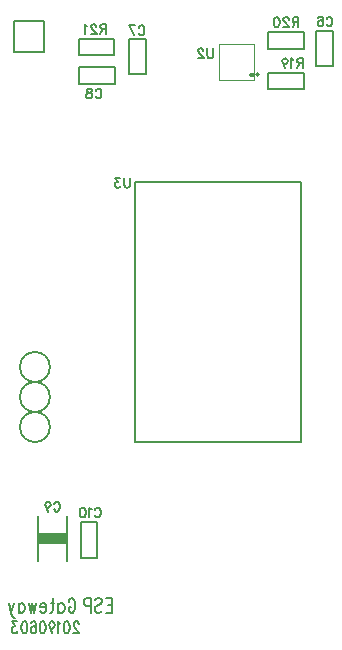
<source format=gbr>
G71*
G90*
G04 Quadcept GERBER*
%MOMM*%
%FSLAX44Y44*%
%ADD10C,0*%
%ADD11C,0.1*%
%ADD12C,0.15*%
%ADD13C,0.2*%
G54D10*
G75*
G36*
G01X45821Y495793D02*
G01X45805Y495977D01*
G01X45773Y496160D01*
G01X45725Y496339D01*
G01X45662Y496513D01*
G01X45583Y496680D01*
G01X45491Y496841D01*
G01X45384Y496993D01*
G01X45265Y497135D01*
G01X45134Y497265D01*
G01X44993Y497385D01*
G01X44841Y497491D01*
G01X44680Y497583D01*
G01X44512Y497662D01*
G01X44338Y497725D01*
G01X44159Y497773D01*
G01X43977Y497805D01*
G01X43793Y497821D01*
G01X43607Y497821D01*
G01X43423Y497805D01*
G01X43240Y497773D01*
G01X43061Y497725D01*
G01X42887Y497662D01*
G01X42719Y497583D01*
G01X42559Y497491D01*
G01X42407Y497385D01*
G01X42265Y497265D01*
G01X42134Y497135D01*
G01X42015Y496993D01*
G01X41909Y496841D01*
G01X41816Y496680D01*
G01X41738Y496513D01*
G01X41675Y496339D01*
G01X41627Y496160D01*
G01X41595Y495977D01*
G01X41579Y495793D01*
G01X41579Y495607D01*
G01X41595Y495423D01*
G01X41627Y495240D01*
G01X41675Y495061D01*
G01X41738Y494887D01*
G01X41816Y494720D01*
G01X41909Y494559D01*
G01X42015Y494407D01*
G01X42134Y494265D01*
G01X42265Y494135D01*
G01X42407Y494015D01*
G01X42559Y493909D01*
G01X42719Y493817D01*
G01X42887Y493738D01*
G01X43061Y493675D01*
G01X43240Y493627D01*
G01X43423Y493595D01*
G01X43607Y493579D01*
G01X43793Y493579D01*
G01X43977Y493595D01*
G01X44159Y493627D01*
G01X44338Y493675D01*
G01X44512Y493738D01*
G01X44680Y493817D01*
G01X44841Y493909D01*
G01X44993Y494015D01*
G01X45134Y494135D01*
G01X45265Y494265D01*
G01X45384Y494407D01*
G01X45491Y494559D01*
G01X45583Y494720D01*
G01X45662Y494887D01*
G01X45725Y495061D01*
G01X45773Y495240D01*
G01X45805Y495423D01*
G01X45821Y495607D01*
G01X45821Y495793D01*
G37*
G54D11*
G01X15700Y491700D02*
G01X45700Y491700D01*
G01X15700Y521700D02*
G01X15700Y491700D01*
G01X45700Y491700D02*
G01X45700Y521700D01*
G01X45700Y521700D02*
G01X15700Y521700D01*
G54D12*
G01X-52090Y535750D02*
G01X-51770Y536550D01*
G01X-51770Y536550D02*
G01X-51166Y537350D01*
G01X-51166Y537350D02*
G01X-50526Y537750D01*
G01X-50526Y537750D02*
G01X-49281Y537750D01*
G01X-49281Y537750D02*
G01X-48677Y537350D01*
G01X-48677Y537350D02*
G01X-48037Y536550D01*
G01X-48037Y536550D02*
G01X-47752Y535750D01*
G01X-47752Y535750D02*
G01X-47432Y534550D01*
G01X-47432Y534550D02*
G01X-47432Y532550D01*
G01X-47432Y532550D02*
G01X-47752Y531350D01*
G01X-47752Y531350D02*
G01X-48037Y530550D01*
G01X-48037Y530550D02*
G01X-48677Y529750D01*
G01X-48677Y529750D02*
G01X-49281Y529350D01*
G01X-49281Y529350D02*
G01X-50526Y529350D01*
G01X-50526Y529350D02*
G01X-51166Y529750D01*
G01X-51166Y529750D02*
G01X-51770Y530550D01*
G01X-51770Y530550D02*
G01X-52090Y531350D01*
G01X-60068Y537750D02*
G01X-56512Y529350D01*
G01X-55090Y537750D02*
G01X-60068Y537750D01*
G01X-88390Y482250D02*
G01X-88070Y483050D01*
G01X-88070Y483050D02*
G01X-87466Y483850D01*
G01X-87466Y483850D02*
G01X-86826Y484250D01*
G01X-86826Y484250D02*
G01X-85581Y484250D01*
G01X-85581Y484250D02*
G01X-84977Y483850D01*
G01X-84977Y483850D02*
G01X-84337Y483050D01*
G01X-84337Y483050D02*
G01X-84052Y482250D01*
G01X-84052Y482250D02*
G01X-83732Y481050D01*
G01X-83732Y481050D02*
G01X-83732Y479050D01*
G01X-83732Y479050D02*
G01X-84052Y477850D01*
G01X-84052Y477850D02*
G01X-84337Y477050D01*
G01X-84337Y477050D02*
G01X-84977Y476250D01*
G01X-84977Y476250D02*
G01X-85581Y475850D01*
G01X-85581Y475850D02*
G01X-86826Y475850D01*
G01X-86826Y475850D02*
G01X-87466Y476250D01*
G01X-87466Y476250D02*
G01X-88070Y477050D01*
G01X-88070Y477050D02*
G01X-88390Y477850D01*
G01X-93168Y484250D02*
G01X-92101Y483850D01*
G01X-92101Y483850D02*
G01X-91746Y483050D01*
G01X-91746Y483050D02*
G01X-91746Y482250D01*
G01X-91746Y482250D02*
G01X-92101Y481450D01*
G01X-92101Y481450D02*
G01X-92812Y481050D01*
G01X-92812Y481050D02*
G01X-94234Y480650D01*
G01X-94234Y480650D02*
G01X-95301Y480250D01*
G01X-95301Y480250D02*
G01X-96012Y479450D01*
G01X-96012Y479450D02*
G01X-96368Y478650D01*
G01X-96368Y478650D02*
G01X-96368Y477450D01*
G01X-96368Y477450D02*
G01X-96012Y476650D01*
G01X-96012Y476650D02*
G01X-95657Y476250D01*
G01X-95657Y476250D02*
G01X-94590Y475850D01*
G01X-94590Y475850D02*
G01X-93168Y475850D01*
G01X-93168Y475850D02*
G01X-92101Y476250D01*
G01X-92101Y476250D02*
G01X-91746Y476650D01*
G01X-91746Y476650D02*
G01X-91390Y477450D01*
G01X-91390Y477450D02*
G01X-91390Y478650D01*
G01X-91390Y478650D02*
G01X-91746Y479450D01*
G01X-91746Y479450D02*
G01X-92457Y480250D01*
G01X-92457Y480250D02*
G01X-93523Y480650D01*
G01X-93523Y480650D02*
G01X-94946Y481050D01*
G01X-94946Y481050D02*
G01X-95657Y481450D01*
G01X-95657Y481450D02*
G01X-96012Y482250D01*
G01X-96012Y482250D02*
G01X-96012Y483050D01*
G01X-96012Y483050D02*
G01X-95657Y483850D01*
G01X-95657Y483850D02*
G01X-94590Y484250D01*
G01X-94590Y484250D02*
G01X-93168Y484250D01*
G01X-59522Y408600D02*
G01X-59522Y402600D01*
G01X-59522Y402600D02*
G01X-59878Y401400D01*
G01X-59878Y401400D02*
G01X-60589Y400600D01*
G01X-60589Y400600D02*
G01X-61656Y400200D01*
G01X-61656Y400200D02*
G01X-62367Y400200D01*
G01X-62367Y400200D02*
G01X-63433Y400600D01*
G01X-63433Y400600D02*
G01X-64144Y401400D01*
G01X-64144Y401400D02*
G01X-64500Y402600D01*
G01X-64500Y402600D02*
G01X-64500Y408600D01*
G01X-68211Y408600D02*
G01X-72122Y408600D01*
G01X-72122Y408600D02*
G01X-69989Y405400D01*
G01X-69989Y405400D02*
G01X-71056Y405400D01*
G01X-71056Y405400D02*
G01X-71767Y405000D01*
G01X-71767Y405000D02*
G01X-72122Y404600D01*
G01X-72122Y404600D02*
G01X-72478Y403400D01*
G01X-72478Y403400D02*
G01X-72478Y402600D01*
G01X-72478Y402600D02*
G01X-72122Y401400D01*
G01X-72122Y401400D02*
G01X-71411Y400600D01*
G01X-71411Y400600D02*
G01X-70344Y400200D01*
G01X-70344Y400200D02*
G01X-69278Y400200D01*
G01X-69278Y400200D02*
G01X-68211Y400600D01*
G01X-68211Y400600D02*
G01X-67856Y401000D01*
G01X-67856Y401000D02*
G01X-67500Y401800D01*
G01X-123718Y132400D02*
G01X-123398Y133200D01*
G01X-123398Y133200D02*
G01X-122793Y134000D01*
G01X-122793Y134000D02*
G01X-122153Y134400D01*
G01X-122153Y134400D02*
G01X-120909Y134400D01*
G01X-120909Y134400D02*
G01X-120304Y134000D01*
G01X-120304Y134000D02*
G01X-119664Y133200D01*
G01X-119664Y133200D02*
G01X-119380Y132400D01*
G01X-119380Y132400D02*
G01X-119060Y131200D01*
G01X-119060Y131200D02*
G01X-119060Y129200D01*
G01X-119060Y129200D02*
G01X-119380Y128000D01*
G01X-119380Y128000D02*
G01X-119664Y127200D01*
G01X-119664Y127200D02*
G01X-120304Y126400D01*
G01X-120304Y126400D02*
G01X-120909Y126000D01*
G01X-120909Y126000D02*
G01X-122153Y126000D01*
G01X-122153Y126000D02*
G01X-122793Y126400D01*
G01X-122793Y126400D02*
G01X-123398Y127200D01*
G01X-123398Y127200D02*
G01X-123718Y128000D01*
G01X-131340Y131600D02*
G01X-130984Y130400D01*
G01X-130984Y130400D02*
G01X-130273Y129600D01*
G01X-130273Y129600D02*
G01X-129207Y129200D01*
G01X-129207Y129200D02*
G01X-128851Y129200D01*
G01X-128851Y129200D02*
G01X-127784Y129600D01*
G01X-127784Y129600D02*
G01X-127073Y130400D01*
G01X-127073Y130400D02*
G01X-126718Y131600D01*
G01X-126718Y131600D02*
G01X-126718Y132000D01*
G01X-126718Y132000D02*
G01X-127073Y133200D01*
G01X-127073Y133200D02*
G01X-127784Y134000D01*
G01X-127784Y134000D02*
G01X-128851Y134400D01*
G01X-128851Y134400D02*
G01X-129207Y134400D01*
G01X-129207Y134400D02*
G01X-130273Y134000D01*
G01X-130273Y134000D02*
G01X-130984Y133200D01*
G01X-130984Y133200D02*
G01X-131340Y131600D01*
G01X-131340Y131600D02*
G01X-130984Y130400D01*
G01X-130984Y130400D02*
G01X-129029Y126000D01*
G01X-89051Y127450D02*
G01X-88731Y128250D01*
G01X-88731Y128250D02*
G01X-88127Y129050D01*
G01X-88127Y129050D02*
G01X-87487Y129450D01*
G01X-87487Y129450D02*
G01X-86242Y129450D01*
G01X-86242Y129450D02*
G01X-85638Y129050D01*
G01X-85638Y129050D02*
G01X-84998Y128250D01*
G01X-84998Y128250D02*
G01X-84713Y127450D01*
G01X-84713Y127450D02*
G01X-84393Y126250D01*
G01X-84393Y126250D02*
G01X-84393Y124250D01*
G01X-84393Y124250D02*
G01X-84713Y123050D01*
G01X-84713Y123050D02*
G01X-84998Y122250D01*
G01X-84998Y122250D02*
G01X-85638Y121450D01*
G01X-85638Y121450D02*
G01X-86242Y121050D01*
G01X-86242Y121050D02*
G01X-87487Y121050D01*
G01X-87487Y121050D02*
G01X-88127Y121450D01*
G01X-88127Y121450D02*
G01X-88731Y122250D01*
G01X-88731Y122250D02*
G01X-89051Y123050D01*
G01X-92051Y127850D02*
G01X-92762Y128250D01*
G01X-92762Y128250D02*
G01X-93829Y129450D01*
G01X-93829Y129450D02*
G01X-93829Y121050D01*
G01X-98962Y129450D02*
G01X-97896Y129050D01*
G01X-97896Y129050D02*
G01X-97184Y127850D01*
G01X-97184Y127850D02*
G01X-96829Y125850D01*
G01X-96829Y125850D02*
G01X-96829Y124650D01*
G01X-96829Y124650D02*
G01X-97184Y122650D01*
G01X-97184Y122650D02*
G01X-97896Y121450D01*
G01X-97896Y121450D02*
G01X-98962Y121050D01*
G01X-98962Y121050D02*
G01X-99673Y121050D01*
G01X-99673Y121050D02*
G01X-100740Y121450D01*
G01X-100740Y121450D02*
G01X-101451Y122650D01*
G01X-101451Y122650D02*
G01X-101807Y124650D01*
G01X-101807Y124650D02*
G01X-101807Y125850D01*
G01X-101807Y125850D02*
G01X-101451Y127850D01*
G01X-101451Y127850D02*
G01X-100740Y129050D01*
G01X-100740Y129050D02*
G01X-99673Y129450D01*
G01X-99673Y129450D02*
G01X-98962Y129450D01*
G01X-79833Y538750D02*
G01X-79833Y530350D01*
G01X-79833Y538750D02*
G01X-83033Y538750D01*
G01X-83033Y538750D02*
G01X-84100Y538350D01*
G01X-84100Y538350D02*
G01X-84456Y537950D01*
G01X-84456Y537950D02*
G01X-84811Y537150D01*
G01X-84811Y537150D02*
G01X-84811Y536350D01*
G01X-84811Y536350D02*
G01X-84456Y535550D01*
G01X-84456Y535550D02*
G01X-84100Y535150D01*
G01X-84100Y535150D02*
G01X-83033Y534750D01*
G01X-83033Y534750D02*
G01X-79833Y534750D01*
G01X-82322Y534750D02*
G01X-84811Y530350D01*
G01X-88167Y536750D02*
G01X-88167Y537150D01*
G01X-88167Y537150D02*
G01X-88522Y537950D01*
G01X-88522Y537950D02*
G01X-88878Y538350D01*
G01X-88878Y538350D02*
G01X-89589Y538750D01*
G01X-89589Y538750D02*
G01X-91011Y538750D01*
G01X-91011Y538750D02*
G01X-91722Y538350D01*
G01X-91722Y538350D02*
G01X-92078Y537950D01*
G01X-92078Y537950D02*
G01X-92433Y537150D01*
G01X-92433Y537150D02*
G01X-92433Y536350D01*
G01X-92433Y536350D02*
G01X-92078Y535550D01*
G01X-92078Y535550D02*
G01X-91367Y534350D01*
G01X-91367Y534350D02*
G01X-87811Y530350D01*
G01X-87811Y530350D02*
G01X-92789Y530350D01*
G01X-95789Y537150D02*
G01X-96500Y537550D01*
G01X-96500Y537550D02*
G01X-97567Y538750D01*
G01X-97567Y538750D02*
G01X-97567Y530350D01*
G01X106982Y543200D02*
G01X107302Y544000D01*
G01X107302Y544000D02*
G01X107907Y544800D01*
G01X107907Y544800D02*
G01X108547Y545200D01*
G01X108547Y545200D02*
G01X109791Y545200D01*
G01X109791Y545200D02*
G01X110396Y544800D01*
G01X110396Y544800D02*
G01X111036Y544000D01*
G01X111036Y544000D02*
G01X111320Y543200D01*
G01X111320Y543200D02*
G01X111640Y542000D01*
G01X111640Y542000D02*
G01X111640Y540000D01*
G01X111640Y540000D02*
G01X111320Y538800D01*
G01X111320Y538800D02*
G01X111036Y538000D01*
G01X111036Y538000D02*
G01X110396Y537200D01*
G01X110396Y537200D02*
G01X109791Y536800D01*
G01X109791Y536800D02*
G01X108547Y536800D01*
G01X108547Y536800D02*
G01X107907Y537200D01*
G01X107907Y537200D02*
G01X107302Y538000D01*
G01X107302Y538000D02*
G01X106982Y538800D01*
G01X99716Y544000D02*
G01X100071Y544800D01*
G01X100071Y544800D02*
G01X101138Y545200D01*
G01X101138Y545200D02*
G01X101849Y545200D01*
G01X101849Y545200D02*
G01X102916Y544800D01*
G01X102916Y544800D02*
G01X103627Y543600D01*
G01X103627Y543600D02*
G01X103982Y541600D01*
G01X103982Y541600D02*
G01X103982Y539600D01*
G01X103982Y539600D02*
G01X103627Y538000D01*
G01X103627Y538000D02*
G01X102916Y537200D01*
G01X102916Y537200D02*
G01X101849Y536800D01*
G01X101849Y536800D02*
G01X101493Y536800D01*
G01X101493Y536800D02*
G01X100427Y537200D01*
G01X100427Y537200D02*
G01X99716Y538000D01*
G01X99716Y538000D02*
G01X99360Y539200D01*
G01X99360Y539200D02*
G01X99360Y539600D01*
G01X99360Y539600D02*
G01X99716Y540800D01*
G01X99716Y540800D02*
G01X100427Y541600D01*
G01X100427Y541600D02*
G01X101493Y542000D01*
G01X101493Y542000D02*
G01X101849Y542000D01*
G01X101849Y542000D02*
G01X102916Y541600D01*
G01X102916Y541600D02*
G01X103627Y540800D01*
G01X103627Y540800D02*
G01X103982Y539600D01*
G01X86789Y510050D02*
G01X86789Y501650D01*
G01X86789Y510050D02*
G01X83589Y510050D01*
G01X83589Y510050D02*
G01X82522Y509650D01*
G01X82522Y509650D02*
G01X82167Y509250D01*
G01X82167Y509250D02*
G01X81811Y508450D01*
G01X81811Y508450D02*
G01X81811Y507650D01*
G01X81811Y507650D02*
G01X82167Y506850D01*
G01X82167Y506850D02*
G01X82522Y506450D01*
G01X82522Y506450D02*
G01X83589Y506050D01*
G01X83589Y506050D02*
G01X86789Y506050D01*
G01X84300Y506050D02*
G01X81811Y501650D01*
G01X78811Y508450D02*
G01X78100Y508850D01*
G01X78100Y508850D02*
G01X77033Y510050D01*
G01X77033Y510050D02*
G01X77033Y501650D01*
G01X69411Y507250D02*
G01X69767Y506050D01*
G01X69767Y506050D02*
G01X70478Y505250D01*
G01X70478Y505250D02*
G01X71545Y504850D01*
G01X71545Y504850D02*
G01X71900Y504850D01*
G01X71900Y504850D02*
G01X72967Y505250D01*
G01X72967Y505250D02*
G01X73678Y506050D01*
G01X73678Y506050D02*
G01X74033Y507250D01*
G01X74033Y507250D02*
G01X74033Y507650D01*
G01X74033Y507650D02*
G01X73678Y508850D01*
G01X73678Y508850D02*
G01X72967Y509650D01*
G01X72967Y509650D02*
G01X71900Y510050D01*
G01X71900Y510050D02*
G01X71545Y510050D01*
G01X71545Y510050D02*
G01X70478Y509650D01*
G01X70478Y509650D02*
G01X69767Y508850D01*
G01X69767Y508850D02*
G01X69411Y507250D01*
G01X69411Y507250D02*
G01X69767Y506050D01*
G01X69767Y506050D02*
G01X71722Y501650D01*
G01X83067Y544550D02*
G01X83067Y536150D01*
G01X83067Y544550D02*
G01X79867Y544550D01*
G01X79867Y544550D02*
G01X78800Y544150D01*
G01X78800Y544150D02*
G01X78445Y543750D01*
G01X78445Y543750D02*
G01X78089Y542950D01*
G01X78089Y542950D02*
G01X78089Y542150D01*
G01X78089Y542150D02*
G01X78445Y541350D01*
G01X78445Y541350D02*
G01X78800Y540950D01*
G01X78800Y540950D02*
G01X79867Y540550D01*
G01X79867Y540550D02*
G01X83067Y540550D01*
G01X80578Y540550D02*
G01X78089Y536150D01*
G01X74733Y542550D02*
G01X74733Y542950D01*
G01X74733Y542950D02*
G01X74378Y543750D01*
G01X74378Y543750D02*
G01X74022Y544150D01*
G01X74022Y544150D02*
G01X73311Y544550D01*
G01X73311Y544550D02*
G01X71889Y544550D01*
G01X71889Y544550D02*
G01X71178Y544150D01*
G01X71178Y544150D02*
G01X70822Y543750D01*
G01X70822Y543750D02*
G01X70467Y542950D01*
G01X70467Y542950D02*
G01X70467Y542150D01*
G01X70467Y542150D02*
G01X70822Y541350D01*
G01X70822Y541350D02*
G01X71533Y540150D01*
G01X71533Y540150D02*
G01X75089Y536150D01*
G01X75089Y536150D02*
G01X70111Y536150D01*
G01X64978Y544550D02*
G01X66045Y544150D01*
G01X66045Y544150D02*
G01X66756Y542950D01*
G01X66756Y542950D02*
G01X67111Y540950D01*
G01X67111Y540950D02*
G01X67111Y539750D01*
G01X67111Y539750D02*
G01X66756Y537750D01*
G01X66756Y537750D02*
G01X66045Y536550D01*
G01X66045Y536550D02*
G01X64978Y536150D01*
G01X64978Y536150D02*
G01X64267Y536150D01*
G01X64267Y536150D02*
G01X63200Y536550D01*
G01X63200Y536550D02*
G01X62489Y537750D01*
G01X62489Y537750D02*
G01X62133Y539750D01*
G01X62133Y539750D02*
G01X62133Y540950D01*
G01X62133Y540950D02*
G01X62489Y542950D01*
G01X62489Y542950D02*
G01X63200Y544150D01*
G01X63200Y544150D02*
G01X64267Y544550D01*
G01X64267Y544550D02*
G01X64978Y544550D01*
G01X10778Y518400D02*
G01X10778Y512400D01*
G01X10778Y512400D02*
G01X10422Y511200D01*
G01X10422Y511200D02*
G01X9711Y510400D01*
G01X9711Y510400D02*
G01X8644Y510000D01*
G01X8644Y510000D02*
G01X7933Y510000D01*
G01X7933Y510000D02*
G01X6867Y510400D01*
G01X6867Y510400D02*
G01X6156Y511200D01*
G01X6156Y511200D02*
G01X5800Y512400D01*
G01X5800Y512400D02*
G01X5800Y518400D01*
G01X2444Y516400D02*
G01X2444Y516800D01*
G01X2444Y516800D02*
G01X2089Y517600D01*
G01X2089Y517600D02*
G01X1733Y518000D01*
G01X1733Y518000D02*
G01X1022Y518400D01*
G01X1022Y518400D02*
G01X-0400Y518400D01*
G01X-0400Y518400D02*
G01X-1111Y518000D01*
G01X-1111Y518000D02*
G01X-1467Y517600D01*
G01X-1467Y517600D02*
G01X-1822Y516800D01*
G01X-1822Y516800D02*
G01X-1822Y516000D01*
G01X-1822Y516000D02*
G01X-1467Y515200D01*
G01X-1467Y515200D02*
G01X-0756Y514000D01*
G01X-0756Y514000D02*
G01X2800Y510000D01*
G01X2800Y510000D02*
G01X-2178Y510000D01*
G54D13*
G01X-131900Y541150D02*
G01X-131900Y515150D01*
G01X-131900Y515150D02*
G01X-157900Y515150D01*
G01X-157900Y515150D02*
G01X-157900Y541150D01*
G01X-157900Y541150D02*
G01X-131900Y541150D01*
G01X-45950Y526300D02*
G01X-59950Y526300D01*
G01X-45950Y496200D02*
G01X-45950Y526300D01*
G01X-59950Y496200D02*
G01X-45950Y496200D01*
G01X-59950Y526300D02*
G01X-59950Y496200D01*
G01X-102500Y502050D02*
G01X-102500Y488050D01*
G01X-72400Y502050D02*
G01X-102500Y502050D01*
G01X-72400Y488050D02*
G01X-72400Y502050D01*
G01X-102500Y488050D02*
G01X-72400Y488050D01*
G01X85000Y184900D02*
G01X-55000Y184900D01*
G01X-55000Y184900D02*
G01X-55000Y404900D01*
G01X-55000Y404900D02*
G01X85000Y404900D01*
G01X85000Y404900D02*
G01X85000Y184900D01*
G01X-112700Y106800D02*
G01X-137700Y106800D01*
G01X-112700Y84300D02*
G01X-112700Y122300D01*
G01X-137700Y99800D02*
G01X-112700Y99800D01*
G01X-137700Y122300D02*
G01X-137700Y84300D01*
G01X-112700Y105300D02*
G01X-137700Y105300D01*
G01X-112700Y103800D02*
G01X-137700Y103800D01*
G01X-112700Y102300D02*
G01X-137700Y102300D01*
G01X-112700Y101300D02*
G01X-137700Y101300D01*
G01X-87150Y116950D02*
G01X-101150Y116950D01*
G01X-87150Y86850D02*
G01X-87150Y116950D01*
G01X-101150Y86850D02*
G01X-87150Y86850D01*
G01X-101150Y116950D02*
G01X-101150Y86850D01*
G01X-127300Y248500D02*
G03I-12700J0D01*
G01X-127300Y223100D02*
G03I-12700J0D01*
G01X-127300Y197700D02*
G03I-12700J0D01*
G01X-72650Y512450D02*
G01X-72650Y526450D01*
G01X-102750Y512450D02*
G01X-72650Y512450D01*
G01X-102750Y526450D02*
G01X-102750Y512450D01*
G01X-72650Y526450D02*
G01X-102750Y526450D01*
G01X98350Y503050D02*
G01X112350Y503050D01*
G01X98350Y533150D02*
G01X98350Y503050D01*
G01X112350Y533150D02*
G01X98350Y533150D01*
G01X112350Y503050D02*
G01X112350Y533150D01*
G01X57350Y497750D02*
G01X57350Y483750D01*
G01X87450Y497750D02*
G01X57350Y497750D01*
G01X87450Y483750D02*
G01X87450Y497750D01*
G01X57350Y483750D02*
G01X87450Y483750D01*
G01X57350Y531750D02*
G01X57350Y517750D01*
G01X87450Y531750D02*
G01X57350Y531750D01*
G01X87450Y517750D02*
G01X87450Y531750D01*
G01X57350Y517750D02*
G01X87450Y517750D01*
G01X49618Y496000D02*
G03I-1118J0D01*
G01X-74345Y52900D02*
G01X-74345Y40300D01*
G01X-74345Y52900D02*
G01X-79892Y52900D01*
G01X-74345Y46900D02*
G01X-77759Y46900D01*
G01X-74345Y40300D02*
G01X-79892Y40300D01*
G01X-89365Y51100D02*
G01X-88512Y52300D01*
G01X-88512Y52300D02*
G01X-87232Y52900D01*
G01X-87232Y52900D02*
G01X-85525Y52900D01*
G01X-85525Y52900D02*
G01X-84245Y52300D01*
G01X-84245Y52300D02*
G01X-83392Y51100D01*
G01X-83392Y51100D02*
G01X-83392Y49900D01*
G01X-83392Y49900D02*
G01X-83819Y48700D01*
G01X-83819Y48700D02*
G01X-84245Y48100D01*
G01X-84245Y48100D02*
G01X-85099Y47500D01*
G01X-85099Y47500D02*
G01X-87659Y46300D01*
G01X-87659Y46300D02*
G01X-88512Y45700D01*
G01X-88512Y45700D02*
G01X-88939Y45100D01*
G01X-88939Y45100D02*
G01X-89365Y43900D01*
G01X-89365Y43900D02*
G01X-89365Y42100D01*
G01X-89365Y42100D02*
G01X-88512Y40900D01*
G01X-88512Y40900D02*
G01X-87232Y40300D01*
G01X-87232Y40300D02*
G01X-85525Y40300D01*
G01X-85525Y40300D02*
G01X-84245Y40900D01*
G01X-84245Y40900D02*
G01X-83392Y42100D01*
G01X-92865Y52900D02*
G01X-92865Y40300D01*
G01X-92865Y52900D02*
G01X-96705Y52900D01*
G01X-96705Y52900D02*
G01X-97985Y52300D01*
G01X-97985Y52300D02*
G01X-98412Y51700D01*
G01X-98412Y51700D02*
G01X-98839Y50500D01*
G01X-98839Y50500D02*
G01X-98839Y48700D01*
G01X-98839Y48700D02*
G01X-98412Y47500D01*
G01X-98412Y47500D02*
G01X-97985Y46900D01*
G01X-97985Y46900D02*
G01X-96705Y46300D01*
G01X-96705Y46300D02*
G01X-92865Y46300D01*
G01X-111428Y49900D02*
G01X-111044Y51100D01*
G01X-111044Y51100D02*
G01X-110319Y52300D01*
G01X-110319Y52300D02*
G01X-109551Y52900D01*
G01X-109551Y52900D02*
G01X-108057Y52900D01*
G01X-108057Y52900D02*
G01X-107332Y52300D01*
G01X-107332Y52300D02*
G01X-106564Y51100D01*
G01X-106564Y51100D02*
G01X-106223Y49900D01*
G01X-106223Y49900D02*
G01X-105839Y48100D01*
G01X-105839Y48100D02*
G01X-105839Y45100D01*
G01X-105839Y45100D02*
G01X-106223Y43300D01*
G01X-106223Y43300D02*
G01X-106564Y42100D01*
G01X-106564Y42100D02*
G01X-107332Y40900D01*
G01X-107332Y40900D02*
G01X-108057Y40300D01*
G01X-108057Y40300D02*
G01X-109551Y40300D01*
G01X-109551Y40300D02*
G01X-110319Y40900D01*
G01X-110319Y40900D02*
G01X-111044Y42100D01*
G01X-111044Y42100D02*
G01X-111428Y43300D01*
G01X-111428Y43300D02*
G01X-111428Y45100D01*
G01X-109551Y45100D02*
G01X-111428Y45100D01*
G01X-120048Y48700D02*
G01X-120048Y40300D01*
G01X-120048Y46900D02*
G01X-119195Y48100D01*
G01X-119195Y48100D02*
G01X-118341Y48700D01*
G01X-118341Y48700D02*
G01X-117061Y48700D01*
G01X-117061Y48700D02*
G01X-116208Y48100D01*
G01X-116208Y48100D02*
G01X-115355Y46900D01*
G01X-115355Y46900D02*
G01X-114928Y45100D01*
G01X-114928Y45100D02*
G01X-114928Y43900D01*
G01X-114928Y43900D02*
G01X-115355Y42100D01*
G01X-115355Y42100D02*
G01X-116208Y40900D01*
G01X-116208Y40900D02*
G01X-117061Y40300D01*
G01X-117061Y40300D02*
G01X-118341Y40300D01*
G01X-118341Y40300D02*
G01X-119195Y40900D01*
G01X-119195Y40900D02*
G01X-120048Y42100D01*
G01X-124828Y52900D02*
G01X-124828Y42700D01*
G01X-124828Y42700D02*
G01X-125255Y40900D01*
G01X-125255Y40900D02*
G01X-126108Y40300D01*
G01X-126108Y40300D02*
G01X-126961Y40300D01*
G01X-123548Y48700D02*
G01X-126535Y48700D01*
G01X-130461Y45100D02*
G01X-135581Y45100D01*
G01X-135581Y45100D02*
G01X-135581Y46300D01*
G01X-135581Y46300D02*
G01X-135155Y47500D01*
G01X-135155Y47500D02*
G01X-134728Y48100D01*
G01X-134728Y48100D02*
G01X-133875Y48700D01*
G01X-133875Y48700D02*
G01X-132595Y48700D01*
G01X-132595Y48700D02*
G01X-131741Y48100D01*
G01X-131741Y48100D02*
G01X-130888Y46900D01*
G01X-130888Y46900D02*
G01X-130461Y45100D01*
G01X-130461Y45100D02*
G01X-130461Y43900D01*
G01X-130461Y43900D02*
G01X-130888Y42100D01*
G01X-130888Y42100D02*
G01X-131741Y40900D01*
G01X-131741Y40900D02*
G01X-132595Y40300D01*
G01X-132595Y40300D02*
G01X-133875Y40300D01*
G01X-133875Y40300D02*
G01X-134728Y40900D01*
G01X-134728Y40900D02*
G01X-135581Y42100D01*
G01X-139081Y48700D02*
G01X-140575Y40300D01*
G01X-142068Y48700D02*
G01X-140575Y40300D01*
G01X-142068Y48700D02*
G01X-143561Y40300D01*
G01X-145055Y48700D02*
G01X-143561Y40300D01*
G01X-153675Y48700D02*
G01X-153675Y40300D01*
G01X-153675Y46900D02*
G01X-152821Y48100D01*
G01X-152821Y48100D02*
G01X-151968Y48700D01*
G01X-151968Y48700D02*
G01X-150688Y48700D01*
G01X-150688Y48700D02*
G01X-149835Y48100D01*
G01X-149835Y48100D02*
G01X-148981Y46900D01*
G01X-148981Y46900D02*
G01X-148555Y45100D01*
G01X-148555Y45100D02*
G01X-148555Y43900D01*
G01X-148555Y43900D02*
G01X-148981Y42100D01*
G01X-148981Y42100D02*
G01X-149835Y40900D01*
G01X-149835Y40900D02*
G01X-150688Y40300D01*
G01X-150688Y40300D02*
G01X-151968Y40300D01*
G01X-151968Y40300D02*
G01X-152821Y40900D01*
G01X-152821Y40900D02*
G01X-153675Y42100D01*
G01X-157601Y48700D02*
G01X-160161Y40300D01*
G01X-161655Y48700D02*
G01X-160161Y40300D01*
G01X-160161Y40300D02*
G01X-159308Y37900D01*
G01X-159308Y37900D02*
G01X-158455Y36700D01*
G01X-158455Y36700D02*
G01X-157601Y36100D01*
G01X-157601Y36100D02*
G01X-157175Y36100D01*
G01X-102900Y30640D02*
G01X-102900Y31120D01*
G01X-102900Y31120D02*
G01X-103256Y32080D01*
G01X-103256Y32080D02*
G01X-103611Y32560D01*
G01X-103611Y32560D02*
G01X-104322Y33040D01*
G01X-104322Y33040D02*
G01X-105744Y33040D01*
G01X-105744Y33040D02*
G01X-106456Y32560D01*
G01X-106456Y32560D02*
G01X-106811Y32080D01*
G01X-106811Y32080D02*
G01X-107167Y31120D01*
G01X-107167Y31120D02*
G01X-107167Y30160D01*
G01X-107167Y30160D02*
G01X-106811Y29200D01*
G01X-106811Y29200D02*
G01X-106100Y27760D01*
G01X-106100Y27760D02*
G01X-102544Y22960D01*
G01X-102544Y22960D02*
G01X-107522Y22960D01*
G01X-112656Y33040D02*
G01X-111589Y32560D01*
G01X-111589Y32560D02*
G01X-110878Y31120D01*
G01X-110878Y31120D02*
G01X-110522Y28720D01*
G01X-110522Y28720D02*
G01X-110522Y27280D01*
G01X-110522Y27280D02*
G01X-110878Y24880D01*
G01X-110878Y24880D02*
G01X-111589Y23440D01*
G01X-111589Y23440D02*
G01X-112656Y22960D01*
G01X-112656Y22960D02*
G01X-113367Y22960D01*
G01X-113367Y22960D02*
G01X-114433Y23440D01*
G01X-114433Y23440D02*
G01X-115144Y24880D01*
G01X-115144Y24880D02*
G01X-115500Y27280D01*
G01X-115500Y27280D02*
G01X-115500Y28720D01*
G01X-115500Y28720D02*
G01X-115144Y31120D01*
G01X-115144Y31120D02*
G01X-114433Y32560D01*
G01X-114433Y32560D02*
G01X-113367Y33040D01*
G01X-113367Y33040D02*
G01X-112656Y33040D01*
G01X-118500Y31120D02*
G01X-119211Y31600D01*
G01X-119211Y31600D02*
G01X-120278Y33040D01*
G01X-120278Y33040D02*
G01X-120278Y22960D01*
G01X-127900Y29680D02*
G01X-127544Y28240D01*
G01X-127544Y28240D02*
G01X-126833Y27280D01*
G01X-126833Y27280D02*
G01X-125767Y26800D01*
G01X-125767Y26800D02*
G01X-125411Y26800D01*
G01X-125411Y26800D02*
G01X-124344Y27280D01*
G01X-124344Y27280D02*
G01X-123633Y28240D01*
G01X-123633Y28240D02*
G01X-123278Y29680D01*
G01X-123278Y29680D02*
G01X-123278Y30160D01*
G01X-123278Y30160D02*
G01X-123633Y31600D01*
G01X-123633Y31600D02*
G01X-124344Y32560D01*
G01X-124344Y32560D02*
G01X-125411Y33040D01*
G01X-125411Y33040D02*
G01X-125767Y33040D01*
G01X-125767Y33040D02*
G01X-126833Y32560D01*
G01X-126833Y32560D02*
G01X-127544Y31600D01*
G01X-127544Y31600D02*
G01X-127900Y29680D01*
G01X-127900Y29680D02*
G01X-127544Y28240D01*
G01X-127544Y28240D02*
G01X-125589Y22960D01*
G01X-133033Y33040D02*
G01X-131967Y32560D01*
G01X-131967Y32560D02*
G01X-131256Y31120D01*
G01X-131256Y31120D02*
G01X-130900Y28720D01*
G01X-130900Y28720D02*
G01X-130900Y27280D01*
G01X-130900Y27280D02*
G01X-131256Y24880D01*
G01X-131256Y24880D02*
G01X-131967Y23440D01*
G01X-131967Y23440D02*
G01X-133033Y22960D01*
G01X-133033Y22960D02*
G01X-133744Y22960D01*
G01X-133744Y22960D02*
G01X-134811Y23440D01*
G01X-134811Y23440D02*
G01X-135522Y24880D01*
G01X-135522Y24880D02*
G01X-135878Y27280D01*
G01X-135878Y27280D02*
G01X-135878Y28720D01*
G01X-135878Y28720D02*
G01X-135522Y31120D01*
G01X-135522Y31120D02*
G01X-134811Y32560D01*
G01X-134811Y32560D02*
G01X-133744Y33040D01*
G01X-133744Y33040D02*
G01X-133033Y33040D01*
G01X-143144Y31600D02*
G01X-142789Y32560D01*
G01X-142789Y32560D02*
G01X-141722Y33040D01*
G01X-141722Y33040D02*
G01X-141011Y33040D01*
G01X-141011Y33040D02*
G01X-139944Y32560D01*
G01X-139944Y32560D02*
G01X-139233Y31120D01*
G01X-139233Y31120D02*
G01X-138878Y28720D01*
G01X-138878Y28720D02*
G01X-138878Y26320D01*
G01X-138878Y26320D02*
G01X-139233Y24400D01*
G01X-139233Y24400D02*
G01X-139944Y23440D01*
G01X-139944Y23440D02*
G01X-141011Y22960D01*
G01X-141011Y22960D02*
G01X-141367Y22960D01*
G01X-141367Y22960D02*
G01X-142433Y23440D01*
G01X-142433Y23440D02*
G01X-143144Y24400D01*
G01X-143144Y24400D02*
G01X-143500Y25840D01*
G01X-143500Y25840D02*
G01X-143500Y26320D01*
G01X-143500Y26320D02*
G01X-143144Y27760D01*
G01X-143144Y27760D02*
G01X-142433Y28720D01*
G01X-142433Y28720D02*
G01X-141367Y29200D01*
G01X-141367Y29200D02*
G01X-141011Y29200D01*
G01X-141011Y29200D02*
G01X-139944Y28720D01*
G01X-139944Y28720D02*
G01X-139233Y27760D01*
G01X-139233Y27760D02*
G01X-138878Y26320D01*
G01X-148633Y33040D02*
G01X-147567Y32560D01*
G01X-147567Y32560D02*
G01X-146856Y31120D01*
G01X-146856Y31120D02*
G01X-146500Y28720D01*
G01X-146500Y28720D02*
G01X-146500Y27280D01*
G01X-146500Y27280D02*
G01X-146856Y24880D01*
G01X-146856Y24880D02*
G01X-147567Y23440D01*
G01X-147567Y23440D02*
G01X-148633Y22960D01*
G01X-148633Y22960D02*
G01X-149344Y22960D01*
G01X-149344Y22960D02*
G01X-150411Y23440D01*
G01X-150411Y23440D02*
G01X-151122Y24880D01*
G01X-151122Y24880D02*
G01X-151478Y27280D01*
G01X-151478Y27280D02*
G01X-151478Y28720D01*
G01X-151478Y28720D02*
G01X-151122Y31120D01*
G01X-151122Y31120D02*
G01X-150411Y32560D01*
G01X-150411Y32560D02*
G01X-149344Y33040D01*
G01X-149344Y33040D02*
G01X-148633Y33040D01*
G01X-155189Y33040D02*
G01X-159100Y33040D01*
G01X-159100Y33040D02*
G01X-156967Y29200D01*
G01X-156967Y29200D02*
G01X-158033Y29200D01*
G01X-158033Y29200D02*
G01X-158744Y28720D01*
G01X-158744Y28720D02*
G01X-159100Y28240D01*
G01X-159100Y28240D02*
G01X-159456Y26800D01*
G01X-159456Y26800D02*
G01X-159456Y25840D01*
G01X-159456Y25840D02*
G01X-159100Y24400D01*
G01X-159100Y24400D02*
G01X-158389Y23440D01*
G01X-158389Y23440D02*
G01X-157322Y22960D01*
G01X-157322Y22960D02*
G01X-156256Y22960D01*
G01X-156256Y22960D02*
G01X-155189Y23440D01*
G01X-155189Y23440D02*
G01X-154833Y23920D01*
G01X-154833Y23920D02*
G01X-154478Y24880D01*
M02*

</source>
